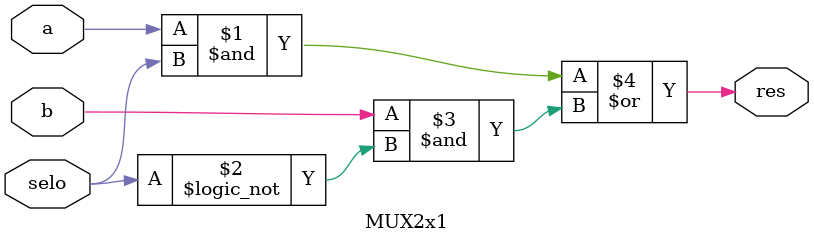
<source format=v>
`timescale 1ns/1ns

module MUX16x1 (data, sel, y);
    input [15:0] data;
    input [3:0] sel;
    output y;
    wire w1, w2;
    
    MUX8x1 m1(data[7:0], sel[2:0], w1);
    MUX8x1 m2(data[15:8], sel[2:0], w2);
    MUX2x1 m3(w2,w1, sel[3], y);
endmodule

module MUX8x1 (dat, sett, out);
    input [7:0] dat;
    input [2:0] sett;
    output out;
    assign out = (dat[7] & sett[2] & sett[1] & sett[0])| 
    (dat[6] & sett[2] & sett[1] & !sett[0])|  
    (dat[5] & sett[2] & !sett[1] & sett[0])|  
    (dat[4] & sett[2] & !sett[1] & !sett[0])| 
    (dat[3] & !sett[2] & sett[1] & sett[0])| 
    (dat[2] & !sett[2] & sett[1] & !sett[0])| 
    (dat[1] & !sett[2] & !sett[1] & sett[0])| 
    (dat[0] & !sett[2] & !sett[1] & !sett[0]); 
endmodule

module MUX2x1 (a,b, selo, res);
    input a,b;
    input selo;
    output res;
    assign res = (a & selo) | (b & (!selo));
endmodule
</source>
